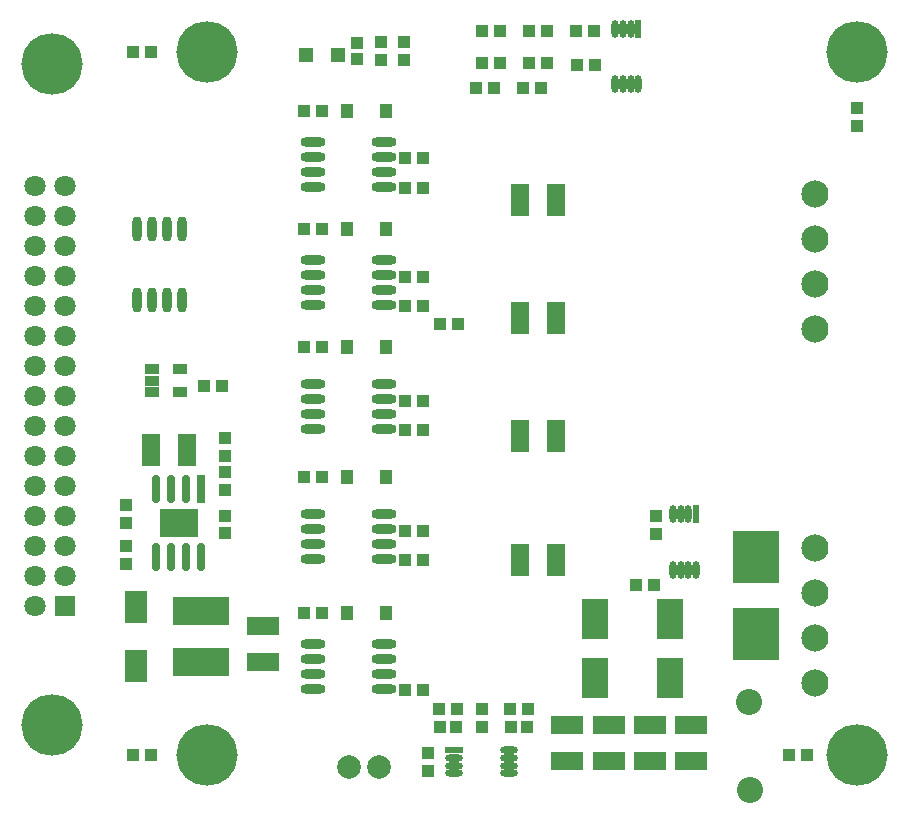
<source format=gts>
G04 Layer_Color=8388736*
%FSLAX44Y44*%
%MOMM*%
G71*
G01*
G75*
%ADD54R,2.2032X3.4032*%
%ADD55R,1.0032X1.1032*%
%ADD56R,1.1032X1.0032*%
%ADD57O,1.5032X0.6032*%
%ADD58R,1.5032X0.6032*%
%ADD59R,2.8032X1.6032*%
%ADD60R,1.2032X1.2032*%
%ADD61R,1.1032X1.3032*%
%ADD62O,2.1032X0.8032*%
%ADD63R,4.7032X2.4032*%
%ADD64R,1.9032X2.7032*%
%ADD65R,0.7032X2.4032*%
%ADD66O,0.7032X2.4032*%
%ADD67R,3.2032X2.3332*%
%ADD68R,1.6032X2.8032*%
%ADD69R,1.3032X0.8532*%
%ADD70O,0.8032X2.1032*%
%ADD71O,0.6032X1.5032*%
%ADD72R,0.6032X1.5032*%
%ADD73R,4.0032X4.4032*%
%ADD74C,2.0032*%
%ADD75C,1.8032*%
%ADD76R,1.8032X1.8032*%
%ADD77C,2.3032*%
%ADD78C,5.2032*%
%ADD79C,2.2032*%
D54*
X828300Y490000D02*
D03*
X891700D02*
D03*
X828300Y540000D02*
D03*
X891700D02*
D03*
D55*
X697000Y449000D02*
D03*
X711000D02*
D03*
X756380Y464000D02*
D03*
X771620D02*
D03*
X771000Y449000D02*
D03*
X757000D02*
D03*
X828620Y1009000D02*
D03*
X813380D02*
D03*
X727380Y990000D02*
D03*
X742620D02*
D03*
X732380Y1011000D02*
D03*
X747620D02*
D03*
X732380Y1038000D02*
D03*
X747620D02*
D03*
X582380Y970000D02*
D03*
X597620D02*
D03*
X682620Y930000D02*
D03*
X667380D02*
D03*
X682620Y905000D02*
D03*
X667380D02*
D03*
X582380Y870000D02*
D03*
X597620D02*
D03*
X682620Y830000D02*
D03*
X667380D02*
D03*
X682620Y805000D02*
D03*
X667380D02*
D03*
X712620Y790000D02*
D03*
X697380D02*
D03*
X582380Y770000D02*
D03*
X597620D02*
D03*
X682620Y725000D02*
D03*
X667380D02*
D03*
X682620Y700000D02*
D03*
X667380D02*
D03*
X582380Y660000D02*
D03*
X597620D02*
D03*
X682620Y615000D02*
D03*
X667380D02*
D03*
X682620Y590000D02*
D03*
X667380D02*
D03*
X582380Y545000D02*
D03*
X597620D02*
D03*
X682620Y480000D02*
D03*
X667380D02*
D03*
X512620Y737000D02*
D03*
X497380D02*
D03*
X437380Y1020000D02*
D03*
X452620D02*
D03*
X437380Y425000D02*
D03*
X452620D02*
D03*
X992380D02*
D03*
X1007620D02*
D03*
X827620Y1038000D02*
D03*
X812380D02*
D03*
X878620Y569000D02*
D03*
X863380D02*
D03*
X711620Y464000D02*
D03*
X696380D02*
D03*
X767380Y990000D02*
D03*
X782620D02*
D03*
X772380Y1011000D02*
D03*
X787620D02*
D03*
X772380Y1038000D02*
D03*
X787620D02*
D03*
D56*
X687000Y426620D02*
D03*
Y411380D02*
D03*
X880000Y612380D02*
D03*
Y627620D02*
D03*
X627000Y1014000D02*
D03*
Y1028000D02*
D03*
X647000Y1028620D02*
D03*
Y1013380D02*
D03*
X431000Y601620D02*
D03*
Y586380D02*
D03*
Y636620D02*
D03*
Y621380D02*
D03*
X515000Y678380D02*
D03*
Y693620D02*
D03*
Y627000D02*
D03*
Y613000D02*
D03*
Y649380D02*
D03*
Y664620D02*
D03*
X733000Y448380D02*
D03*
Y463620D02*
D03*
X667000Y1013380D02*
D03*
Y1028620D02*
D03*
X1050000Y957380D02*
D03*
Y972620D02*
D03*
D57*
X756000Y409500D02*
D03*
Y416000D02*
D03*
Y422500D02*
D03*
Y429000D02*
D03*
X709000Y409500D02*
D03*
Y416000D02*
D03*
Y422500D02*
D03*
D58*
Y429000D02*
D03*
D59*
X805000Y419760D02*
D03*
Y450240D02*
D03*
X840000Y419760D02*
D03*
Y450240D02*
D03*
X875000Y419760D02*
D03*
Y450240D02*
D03*
X910000Y419760D02*
D03*
Y450240D02*
D03*
X547000Y534240D02*
D03*
Y503760D02*
D03*
D60*
X583500Y1018000D02*
D03*
X610500D02*
D03*
D61*
X618500Y970000D02*
D03*
X651500D02*
D03*
X618500Y870000D02*
D03*
X651500D02*
D03*
X618500Y770000D02*
D03*
X651500D02*
D03*
X618500Y660000D02*
D03*
X651500D02*
D03*
X618500Y545000D02*
D03*
X651500D02*
D03*
D62*
X650000Y905950D02*
D03*
Y918650D02*
D03*
Y931350D02*
D03*
Y944050D02*
D03*
X590000Y905950D02*
D03*
Y918650D02*
D03*
Y931350D02*
D03*
Y944050D02*
D03*
X650000Y805950D02*
D03*
Y818650D02*
D03*
Y831350D02*
D03*
Y844050D02*
D03*
X590000Y805950D02*
D03*
Y818650D02*
D03*
Y831350D02*
D03*
Y844050D02*
D03*
X650000Y700950D02*
D03*
Y713650D02*
D03*
Y726350D02*
D03*
Y739050D02*
D03*
X590000Y700950D02*
D03*
Y713650D02*
D03*
Y726350D02*
D03*
Y739050D02*
D03*
X650000Y590950D02*
D03*
Y603650D02*
D03*
Y616350D02*
D03*
Y629050D02*
D03*
X590000Y590950D02*
D03*
Y603650D02*
D03*
Y616350D02*
D03*
Y629050D02*
D03*
X650000Y480950D02*
D03*
Y493650D02*
D03*
Y506350D02*
D03*
Y519050D02*
D03*
X590000Y480950D02*
D03*
Y493650D02*
D03*
Y506350D02*
D03*
Y519050D02*
D03*
D63*
X495000Y546500D02*
D03*
Y503500D02*
D03*
D64*
X440000Y500000D02*
D03*
Y550000D02*
D03*
D65*
X495000Y650000D02*
D03*
D66*
X482300D02*
D03*
X469600D02*
D03*
X456900D02*
D03*
X495000Y592500D02*
D03*
X482300D02*
D03*
X469600D02*
D03*
X456900D02*
D03*
D67*
X475950Y621250D02*
D03*
D68*
X452760Y683000D02*
D03*
X483240D02*
D03*
X795240Y695000D02*
D03*
X764760D02*
D03*
X795240Y795000D02*
D03*
X764760D02*
D03*
X795240Y895000D02*
D03*
X764760D02*
D03*
X795240Y590000D02*
D03*
X764760D02*
D03*
D69*
X477000Y751500D02*
D03*
Y732500D02*
D03*
X453000D02*
D03*
Y742000D02*
D03*
Y751500D02*
D03*
D70*
X440950Y810000D02*
D03*
X453650D02*
D03*
X466350D02*
D03*
X479050D02*
D03*
X440950Y870000D02*
D03*
X453650D02*
D03*
X466350D02*
D03*
X479050D02*
D03*
D71*
X845500Y993000D02*
D03*
X852000D02*
D03*
X858500D02*
D03*
X865000D02*
D03*
X845500Y1040000D02*
D03*
X852000D02*
D03*
X858500D02*
D03*
X894500Y582000D02*
D03*
X901000D02*
D03*
X907500D02*
D03*
X914000D02*
D03*
X894500Y629000D02*
D03*
X901000D02*
D03*
X907500D02*
D03*
D72*
X865000Y1040000D02*
D03*
X914000Y629000D02*
D03*
D73*
X965000Y527000D02*
D03*
Y593000D02*
D03*
D74*
X620000Y415000D02*
D03*
X645400D02*
D03*
D75*
X354600Y907000D02*
D03*
Y881600D02*
D03*
Y856200D02*
D03*
Y830800D02*
D03*
Y805400D02*
D03*
X380000D02*
D03*
Y830800D02*
D03*
Y856200D02*
D03*
Y881600D02*
D03*
Y907000D02*
D03*
Y780000D02*
D03*
Y754600D02*
D03*
Y729200D02*
D03*
Y703800D02*
D03*
Y678400D02*
D03*
Y653000D02*
D03*
Y627600D02*
D03*
Y602200D02*
D03*
Y576800D02*
D03*
X354600Y551400D02*
D03*
Y576800D02*
D03*
Y602200D02*
D03*
Y627600D02*
D03*
Y653000D02*
D03*
Y678400D02*
D03*
Y780000D02*
D03*
Y729200D02*
D03*
Y754600D02*
D03*
Y703800D02*
D03*
D76*
X380000Y551400D02*
D03*
D77*
X1015000Y900000D02*
D03*
Y861900D02*
D03*
Y823800D02*
D03*
Y785700D02*
D03*
X1015000Y600000D02*
D03*
Y561900D02*
D03*
Y523800D02*
D03*
Y485700D02*
D03*
D78*
X500000Y1020000D02*
D03*
X1050000D02*
D03*
Y425000D02*
D03*
X369000Y1010000D02*
D03*
Y450000D02*
D03*
X500000Y425000D02*
D03*
D79*
X959000Y470000D02*
D03*
X960000Y395000D02*
D03*
M02*

</source>
